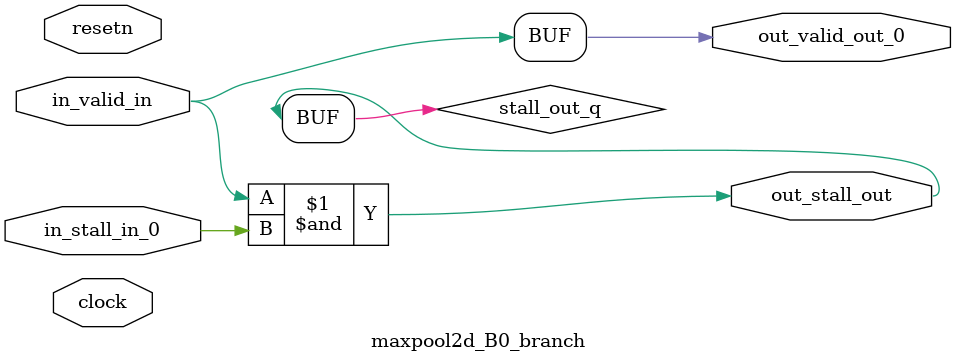
<source format=sv>



(* altera_attribute = "-name AUTO_SHIFT_REGISTER_RECOGNITION OFF; -name MESSAGE_DISABLE 10036; -name MESSAGE_DISABLE 10037; -name MESSAGE_DISABLE 14130; -name MESSAGE_DISABLE 14320; -name MESSAGE_DISABLE 15400; -name MESSAGE_DISABLE 14130; -name MESSAGE_DISABLE 10036; -name MESSAGE_DISABLE 12020; -name MESSAGE_DISABLE 12030; -name MESSAGE_DISABLE 12010; -name MESSAGE_DISABLE 12110; -name MESSAGE_DISABLE 14320; -name MESSAGE_DISABLE 13410; -name MESSAGE_DISABLE 113007; -name MESSAGE_DISABLE 10958" *)
module maxpool2d_B0_branch (
    input wire [0:0] in_stall_in_0,
    input wire [0:0] in_valid_in,
    output wire [0:0] out_stall_out,
    output wire [0:0] out_valid_out_0,
    input wire clock,
    input wire resetn
    );

    wire [0:0] stall_out_q;


    // stall_out(LOGICAL,6)
    assign stall_out_q = in_valid_in & in_stall_in_0;

    // out_stall_out(GPOUT,4)
    assign out_stall_out = stall_out_q;

    // out_valid_out_0(GPOUT,5)
    assign out_valid_out_0 = in_valid_in;

endmodule

</source>
